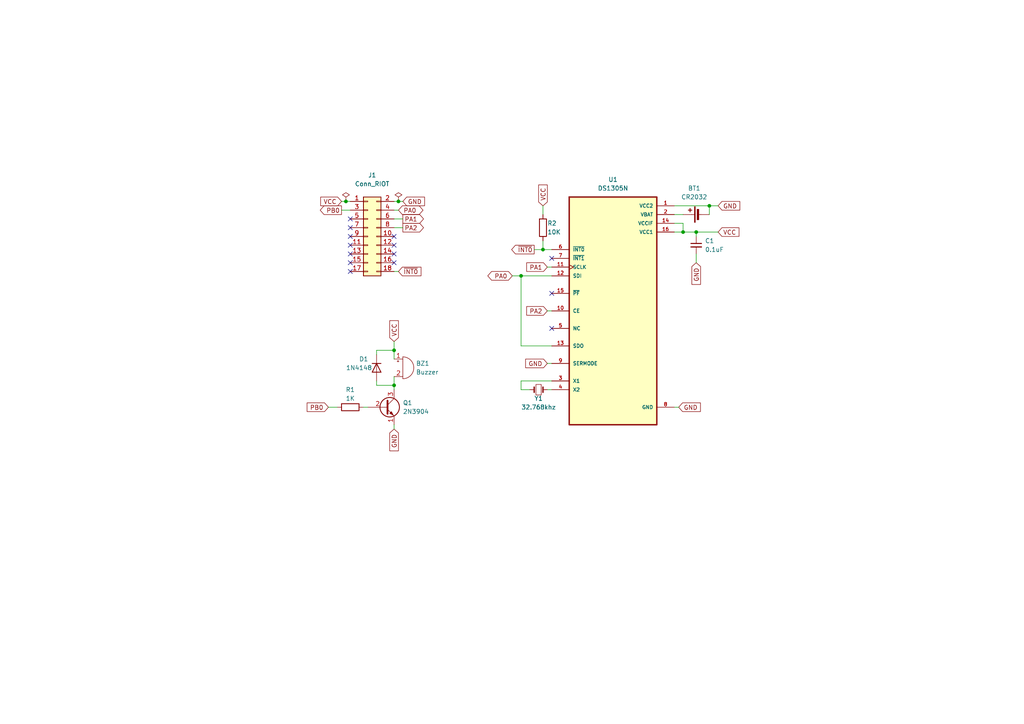
<source format=kicad_sch>
(kicad_sch (version 20230121) (generator eeschema)
  (paper "A4")
  (title_block (title "PAL-1 Real Time Clock") (date "Feb 2024") (rev "1.0a") (company "Plastic Objects Limited"))
  (lib_symbols
    (symbol "Battery_Cell_1" (pin_numbers hide) (pin_names (offset 0) hide)
      (property "Reference" "BT" (at 2.54 2.54 0))
      (property "Value" "Battery_Cell" (at 2.54 0 0))
      (symbol "Battery_Cell_1_0_1"
        (rectangle (start -2.286 1.778) (end 2.286 1.524) (fill (type outline)))
        (rectangle (start -1.524 1.016) (end 1.524 0.508) (fill (type outline)))
        (polyline (pts (xy 0 0.762) (xy 0 0)))
        (polyline (pts (xy 0 1.778) (xy 0 2.54)))
        (polyline (pts (xy 0.762 3.048) (xy 1.778 3.048)) (stroke (width 0.254)))
        (polyline (pts (xy 1.27 3.556) (xy 1.27 2.54)) (stroke (width 0.254)))
      )
      (symbol "Battery_Cell_1_1_1"
        (pin passive line (at 0 5.08 270) (length 2.54) (name "+") (number "1"))
        (pin passive line (at 0 -2.54 90) (length 2.54) (name "-") (number "2"))
      )
    )
    (symbol "Connector_Generic:Conn_02x09_Odd_Even" (pin_names (offset 1.016) hide)
      (property "Reference" "J" (at 1.27 12.7 0))
      (property "Value" "Conn_02x09_Odd_Even" (at 1.27 -12.7 0))
      (symbol "Conn_02x09_Odd_Even_1_1"
        (rectangle (start -1.27 -10.033) (end 0 -10.287) (stroke (width 0.1524)))
        (rectangle (start -1.27 -7.493) (end 0 -7.747) (stroke (width 0.1524)))
        (rectangle (start -1.27 -4.953) (end 0 -5.207) (stroke (width 0.1524)))
        (rectangle (start -1.27 -2.413) (end 0 -2.667) (stroke (width 0.1524)))
        (rectangle (start -1.27 0.127) (end 0 -0.127) (stroke (width 0.1524)))
        (rectangle (start -1.27 2.667) (end 0 2.413) (stroke (width 0.1524)))
        (rectangle (start -1.27 5.207) (end 0 4.953) (stroke (width 0.1524)))
        (rectangle (start -1.27 7.747) (end 0 7.493) (stroke (width 0.1524)))
        (rectangle (start -1.27 10.287) (end 0 10.033) (stroke (width 0.1524)))
        (rectangle (start -1.27 11.43) (end 3.81 -11.43) (stroke (width 0.254)) (fill (type background)))
        (rectangle (start 3.81 -10.033) (end 2.54 -10.287) (stroke (width 0.1524)))
        (rectangle (start 3.81 -7.493) (end 2.54 -7.747) (stroke (width 0.1524)))
        (rectangle (start 3.81 -4.953) (end 2.54 -5.207) (stroke (width 0.1524)))
        (rectangle (start 3.81 -2.413) (end 2.54 -2.667) (stroke (width 0.1524)))
        (rectangle (start 3.81 0.127) (end 2.54 -0.127) (stroke (width 0.1524)))
        (rectangle (start 3.81 2.667) (end 2.54 2.413) (stroke (width 0.1524)))
        (rectangle (start 3.81 5.207) (end 2.54 4.953) (stroke (width 0.1524)))
        (rectangle (start 3.81 7.747) (end 2.54 7.493) (stroke (width 0.1524)))
        (rectangle (start 3.81 10.287) (end 2.54 10.033) (stroke (width 0.1524)))
        (pin passive line (at -5.08 10.16 0) (length 3.81) (name "Pin_1") (number "1"))
        (pin passive line (at 7.62 0 180) (length 3.81) (name "Pin_10") (number "10"))
        (pin passive line (at -5.08 -2.54 0) (length 3.81) (name "Pin_11") (number "11"))
        (pin passive line (at 7.62 -2.54 180) (length 3.81) (name "Pin_12") (number "12"))
        (pin passive line (at -5.08 -5.08 0) (length 3.81) (name "Pin_13") (number "13"))
        (pin passive line (at 7.62 -5.08 180) (length 3.81) (name "Pin_14") (number "14"))
        (pin passive line (at -5.08 -7.62 0) (length 3.81) (name "Pin_15") (number "15"))
        (pin passive line (at 7.62 -7.62 180) (length 3.81) (name "Pin_16") (number "16"))
        (pin passive line (at -5.08 -10.16 0) (length 3.81) (name "Pin_17") (number "17"))
        (pin passive line (at 7.62 -10.16 180) (length 3.81) (name "Pin_18") (number "18"))
        (pin passive line (at 7.62 10.16 180) (length 3.81) (name "Pin_2") (number "2"))
        (pin passive line (at -5.08 7.62 0) (length 3.81) (name "Pin_3") (number "3"))
        (pin passive line (at 7.62 7.62 180) (length 3.81) (name "Pin_4") (number "4"))
        (pin passive line (at -5.08 5.08 0) (length 3.81) (name "Pin_5") (number "5"))
        (pin passive line (at 7.62 5.08 180) (length 3.81) (name "Pin_6") (number "6"))
        (pin passive line (at -5.08 2.54 0) (length 3.81) (name "Pin_7") (number "7"))
        (pin passive line (at 7.62 2.54 180) (length 3.81) (name "Pin_8") (number "8"))
        (pin passive line (at -5.08 0 0) (length 3.81) (name "Pin_9") (number "9"))
      )
    )
    (symbol "DS1305N:DS1305N" (pin_names (offset 1.016))
      (property "Reference" "U" (at -12.7 34.02 0))
      (property "Value" "DS1305N" (at -12.7 -37.02 0))
      (symbol "DS1305N_0_0"
        (rectangle (start -12.7 -33.02) (end 12.7 33.02) (stroke (width 0.41)) (fill (type background)))
        (pin power_in line (at 17.78 30.48 180) (length 5.08) (name "VCC2") (number "1"))
        (pin bidirectional line (at -17.78 0 0) (length 5.08) (name "CE") (number "10"))
        (pin input clock (at -17.78 12.7 0) (length 5.08) (name "SCLK") (number "11"))
        (pin input line (at -17.78 10.16 0) (length 5.08) (name "SDI") (number "12"))
        (pin bidirectional line (at -17.78 -10.16 0) (length 5.08) (name "SDO") (number "13"))
        (pin power_in line (at 17.78 25.4 180) (length 5.08) (name "VCCIF") (number "14"))
        (pin bidirectional line (at -17.78 5.08 0) (length 5.08) (name "~{PF}") (number "15"))
        (pin power_in line (at 17.78 22.86 180) (length 5.08) (name "VCC1") (number "16"))
        (pin power_in line (at 17.78 27.94 180) (length 5.08) (name "VBAT") (number "2"))
        (pin bidirectional line (at -17.78 -20.32 0) (length 5.08) (name "X1") (number "3"))
        (pin bidirectional line (at -17.78 -22.86 0) (length 5.08) (name "X2") (number "4"))
        (pin bidirectional line (at -17.78 -5.08 0) (length 5.08) (name "NC") (number "5"))
        (pin input line (at -17.78 17.78 0) (length 5.08) (name "~{INT0}") (number "6"))
        (pin input line (at -17.78 15.24 0) (length 5.08) (name "~{INT1}") (number "7"))
        (pin power_in line (at 17.78 -27.94 180) (length 5.08) (name "GND") (number "8"))
        (pin bidirectional line (at -17.78 -15.24 0) (length 5.08) (name "SERMODE") (number "9"))
      )
    )
    (symbol "Device:Buzzer" (pin_names (offset 0.0254) hide)
      (property "Reference" "BZ" (at 3.81 1.27 0))
      (property "Value" "Buzzer" (at 3.81 -1.27 0))
      (symbol "Buzzer_0_1"
        (arc (start 0 -3.175) (mid 3.1612 0) (end 0 3.175))
        (polyline (pts (xy -1.651 1.905) (xy -1.143 1.905)))
        (polyline (pts (xy -1.397 2.159) (xy -1.397 1.651)))
        (polyline (pts (xy 0 3.175) (xy 0 -3.175)))
      )
      (symbol "Buzzer_1_1"
        (pin passive line (at -2.54 2.54 0) (length 2.54) (name "-") (number "1"))
        (pin passive line (at -2.54 -2.54 0) (length 2.54) (name "+") (number "2"))
      )
    )
    (symbol "Device:C_Small" (pin_numbers hide) (pin_names (offset 0.254) hide)
      (property "Reference" "C" (at 0.254 1.778 0))
      (property "Value" "C_Small" (at 0.254 -2.032 0))
      (symbol "C_Small_0_1"
        (polyline (pts (xy -1.524 -0.508) (xy 1.524 -0.508)) (stroke (width 0.3302)))
        (polyline (pts (xy -1.524 0.508) (xy 1.524 0.508)) (stroke (width 0.3048)))
      )
      (symbol "C_Small_1_1"
        (pin passive line (at 0 2.54 270) (length 2.032) (name "~") (number "1"))
        (pin passive line (at 0 -2.54 90) (length 2.032) (name "~") (number "2"))
      )
    )
    (symbol "Device:Crystal_Small" (pin_numbers hide) (pin_names (offset 1.016) hide)
      (property "Reference" "Y" (at 0 2.54 0))
      (property "Value" "Crystal_Small" (at 0 -2.54 0))
      (symbol "Crystal_Small_0_1"
        (rectangle (start -0.762 -1.524) (end 0.762 1.524))
        (polyline (pts (xy -1.27 -0.762) (xy -1.27 0.762)) (stroke (width 0.381)))
        (polyline (pts (xy 1.27 -0.762) (xy 1.27 0.762)) (stroke (width 0.381)))
      )
      (symbol "Crystal_Small_1_1"
        (pin passive line (at -2.54 0 0) (length 1.27) (name "1") (number "1"))
        (pin passive line (at 2.54 0 180) (length 1.27) (name "2") (number "2"))
      )
    )
    (symbol "Device:D" (pin_numbers hide) (pin_names (offset 1.016) hide)
      (property "Reference" "D" (at 0 2.54 0))
      (property "Value" "D" (at 0 -2.54 0))
      (symbol "D_0_1"
        (polyline (pts (xy -1.27 1.27) (xy -1.27 -1.27)) (stroke (width 0.254)))
        (polyline (pts (xy 1.27 0) (xy -1.27 0)))
        (polyline (pts (xy 1.27 1.27) (xy 1.27 -1.27) (xy -1.27 0) (xy 1.27 1.27)) (stroke (width 0.254)))
      )
      (symbol "D_1_1"
        (pin passive line (at -3.81 0 0) (length 2.54) (name "K") (number "1"))
        (pin passive line (at 3.81 0 180) (length 2.54) (name "A") (number "2"))
      )
    )
    (symbol "Device:R" (pin_numbers hide) (pin_names (offset 0))
      (property "Reference" "R" (at 2.032 0 90))
      (property "Value" "R" (at 0 0 90))
      (symbol "R_0_1"
        (rectangle (start -1.016 -2.54) (end 1.016 2.54) (stroke (width 0.254)))
      )
      (symbol "R_1_1"
        (pin passive line (at 0 3.81 270) (length 1.27) (name "~") (number "1"))
        (pin passive line (at 0 -3.81 90) (length 1.27) (name "~") (number "2"))
      )
    )
    (symbol "Transistor_BJT:2N3904" (pin_names (offset 0) hide)
      (property "Reference" "Q" (at 5.08 1.905 0))
      (property "Value" "2N3904" (at 5.08 0 0))
      (symbol "2N3904_0_1"
        (polyline (pts (xy 0.635 0.635) (xy 2.54 2.54)))
        (polyline (pts (xy 0.635 -0.635) (xy 2.54 -2.54) (xy 2.54 -2.54)))
        (polyline (pts (xy 0.635 1.905) (xy 0.635 -1.905) (xy 0.635 -1.905)) (stroke (width 0.508)))
        (polyline (pts (xy 1.27 -1.778) (xy 1.778 -1.27) (xy 2.286 -2.286) (xy 1.27 -1.778) (xy 1.27 -1.778)) (fill (type outline)))
        (circle (center 1.27 0) (radius 2.8194) (stroke (width 0.254)))
      )
      (symbol "2N3904_1_1"
        (pin passive line (at 2.54 -5.08 90) (length 2.54) (name "E") (number "1"))
        (pin passive line (at -5.08 0 0) (length 5.715) (name "B") (number "2"))
        (pin passive line (at 2.54 5.08 270) (length 2.54) (name "C") (number "3"))
      )
    )
    (symbol "power:PWR_FLAG" (power) (pin_numbers hide) (pin_names (offset 0) hide)
      (property "Value" "PWR_FLAG" (at 0 3.81 0))
      (symbol "PWR_FLAG_0_0"
        (pin power_out line (at 0 0 90) (length 0) (name "pwr") (number "1"))
      )
      (symbol "PWR_FLAG_0_1"
        (polyline (pts (xy 0 0) (xy 0 1.27) (xy -1.016 1.905) (xy 0 2.54) (xy 1.016 1.905) (xy 0 1.27)))
      )
    )
  )
  (junction (at 201.93 67.31))
  (junction (at 157.48 72.39))
  (junction (at 198.12 67.31))
  (junction (at 151.13 80.01))
  (junction (at 115.57 58.42))
  (junction (at 205.74 59.69))
  (junction (at 100.33 58.42))
  (junction (at 114.3 101.6))
  (junction (at 114.3 111.76))
  (no_connect (at 101.6 63.5))
  (no_connect (at 160.02 74.93))
  (no_connect (at 101.6 73.66))
  (no_connect (at 160.02 85.09))
  (no_connect (at 101.6 76.2))
  (no_connect (at 114.3 68.58))
  (no_connect (at 114.3 76.2))
  (no_connect (at 114.3 73.66))
  (no_connect (at 114.3 71.12))
  (no_connect (at 101.6 71.12))
  (no_connect (at 101.6 68.58))
  (no_connect (at 101.6 78.74))
  (no_connect (at 160.02 95.25))
  (no_connect (at 101.6 66.04))
  (wire (pts (xy 114.3 58.42) (xy 115.57 58.42)))
  (wire (pts (xy 195.58 64.77) (xy 198.12 64.77)))
  (wire (pts (xy 114.3 109.22) (xy 114.3 111.76)))
  (wire (pts (xy 151.13 110.49) (xy 160.02 110.49)))
  (wire (pts (xy 153.67 113.03) (xy 151.13 113.03)))
  (wire (pts (xy 158.75 113.03) (xy 160.02 113.03)))
  (wire (pts (xy 157.48 59.69) (xy 157.48 62.23)))
  (wire (pts (xy 201.93 67.31) (xy 208.28 67.31)))
  (wire (pts (xy 205.74 59.69) (xy 208.28 59.69)))
  (wire (pts (xy 106.68 118.11) (xy 105.41 118.11)))
  (wire (pts (xy 116.84 66.04) (xy 114.3 66.04)))
  (wire (pts (xy 151.13 100.33) (xy 160.02 100.33)))
  (wire (pts (xy 154.94 72.39) (xy 157.48 72.39)))
  (wire (pts (xy 158.75 90.17) (xy 160.02 90.17)))
  (wire (pts (xy 114.3 123.19) (xy 114.3 124.46)))
  (wire (pts (xy 148.59 80.01) (xy 151.13 80.01)))
  (wire (pts (xy 114.3 101.6) (xy 114.3 104.14)))
  (wire (pts (xy 109.22 101.6) (xy 114.3 101.6)))
  (wire (pts (xy 157.48 72.39) (xy 160.02 72.39)))
  (wire (pts (xy 198.12 67.31) (xy 198.12 64.77)))
  (wire (pts (xy 114.3 99.06) (xy 114.3 101.6)))
  (wire (pts (xy 109.22 111.76) (xy 109.22 110.49)))
  (wire (pts (xy 158.75 77.47) (xy 160.02 77.47)))
  (wire (pts (xy 201.93 73.66) (xy 201.93 76.2)))
  (wire (pts (xy 95.25 118.11) (xy 97.79 118.11)))
  (wire (pts (xy 114.3 111.76) (xy 109.22 111.76)))
  (wire (pts (xy 195.58 59.69) (xy 205.74 59.69)))
  (wire (pts (xy 100.33 58.42) (xy 101.6 58.42)))
  (wire (pts (xy 198.12 67.31) (xy 201.93 67.31)))
  (wire (pts (xy 151.13 113.03) (xy 151.13 110.49)))
  (wire (pts (xy 115.57 58.42) (xy 116.84 58.42)))
  (wire (pts (xy 205.74 59.69) (xy 205.74 62.23)))
  (wire (pts (xy 99.06 60.96) (xy 101.6 60.96)))
  (wire (pts (xy 116.84 63.5) (xy 114.3 63.5)))
  (wire (pts (xy 151.13 80.01) (xy 160.02 80.01)))
  (wire (pts (xy 151.13 80.01) (xy 151.13 100.33)))
  (wire (pts (xy 157.48 69.85) (xy 157.48 72.39)))
  (wire (pts (xy 114.3 113.03) (xy 114.3 111.76)))
  (wire (pts (xy 99.06 58.42) (xy 100.33 58.42)))
  (wire (pts (xy 195.58 62.23) (xy 198.12 62.23)))
  (wire (pts (xy 198.12 67.31) (xy 195.58 67.31)))
  (wire (pts (xy 158.75 105.41) (xy 160.02 105.41)))
  (wire (pts (xy 115.57 60.96) (xy 114.3 60.96)))
  (wire (pts (xy 109.22 102.87) (xy 109.22 101.6)))
  (wire (pts (xy 201.93 67.31) (xy 201.93 68.58)))
  (wire (pts (xy 115.57 78.74) (xy 114.3 78.74)))
  (wire (pts (xy 195.58 118.11) (xy 196.85 118.11)))
  (global_label "PA1" (shape input) (at 158.75 77.47 180) (property "Intersheetrefs" "${INTERSHEET_REFS}" (effects hide)))
  (global_label "VCC" (shape input) (at 114.3 99.06 90) (property "Intersheetrefs" "${INTERSHEET_REFS}" (effects hide)))
  (global_label "VCC" (shape input) (at 157.48 59.69 90) (property "Intersheetrefs" "${INTERSHEET_REFS}" (effects hide)))
  (global_label "VCC" (shape input) (at 99.06 58.42 180) (property "Intersheetrefs" "${INTERSHEET_REFS}" (effects hide)))
  (global_label "GND" (shape input) (at 196.85 118.11 0) (property "Intersheetrefs" "${INTERSHEET_REFS}" (effects hide)))
  (global_label "GND" (shape input) (at 116.84 58.42 0) (property "Intersheetrefs" "${INTERSHEET_REFS}" (effects hide)))
  (global_label "PA2" (shape input) (at 158.75 90.17 180) (property "Intersheetrefs" "${INTERSHEET_REFS}" (effects hide)))
  (global_label "VCC" (shape input) (at 208.28 67.31 0) (property "Intersheetrefs" "${INTERSHEET_REFS}" (effects hide)))
  (global_label "PB0" (shape output) (at 99.06 60.96 180) (property "Intersheetrefs" "${INTERSHEET_REFS}" (effects hide)))
  (global_label "GND" (shape input) (at 114.3 124.46 270) (property "Intersheetrefs" "${INTERSHEET_REFS}" (effects hide)))
  (global_label "GND" (shape input) (at 208.28 59.69 0) (property "Intersheetrefs" "${INTERSHEET_REFS}" (effects hide)))
  (global_label "PA1" (shape output) (at 116.84 63.5 0) (property "Intersheetrefs" "${INTERSHEET_REFS}" (effects hide)))
  (global_label "GND" (shape input) (at 201.93 76.2 270) (property "Intersheetrefs" "${INTERSHEET_REFS}" (effects hide)))
  (global_label "~{INT0}" (shape input) (at 115.57 78.74 0) (property "Intersheetrefs" "${INTERSHEET_REFS}" (effects hide)))
  (global_label "PA0" (shape bidirectional) (at 115.57 60.96 0) (property "Intersheetrefs" "${INTERSHEET_REFS}" (effects hide)))
  (global_label "GND" (shape input) (at 158.75 105.41 180) (property "Intersheetrefs" "${INTERSHEET_REFS}" (effects hide)))
  (global_label "PB0" (shape input) (at 95.25 118.11 180) (property "Intersheetrefs" "${INTERSHEET_REFS}" (effects hide)))
  (global_label "PA2" (shape output) (at 116.84 66.04 0) (property "Intersheetrefs" "${INTERSHEET_REFS}" (effects hide)))
  (global_label "~{INT0}" (shape output) (at 154.94 72.39 180) (property "Intersheetrefs" "${INTERSHEET_REFS}" (effects hide)))
  (global_label "PA0" (shape bidirectional) (at 148.59 80.01 180) (property "Intersheetrefs" "${INTERSHEET_REFS}" (effects hide)))
  (symbol (lib_id "Device:D") (at 109.22 106.68 270) (unit 1)
    (property "Reference" "D1" (at 104.14 104.14 90) (effects (justify left)))
    (property "Value" "1N4148" (at 100.33 106.68 90) (effects (justify left)))
    (property "Footprint" "Diode_THT:D_DO-35_SOD27_P7.62mm_Horizontal" (effects hide))
    (property "Sim.Device" "D" (effects hide))
    (property "Sim.Pins" "1=K 2=A" (effects hide))
  )
  (symbol (lib_name "Battery_Cell_1") (lib_id "Device:Battery_Cell") (at 203.2 62.23 90) (unit 1)
    (property "Reference" "BT1" (at 201.3585 54.61 90))
    (property "Value" "CR2032" (at 201.3585 57.15 90))
    (property "Footprint" "Battery_Holder:CH7410-2032" (effects hide))
  )
  (symbol (lib_id "Device:Crystal_Small") (at 156.21 113.03 0) (unit 1)
    (property "Reference" "Y1" (at 156.21 115.57 0))
    (property "Value" "32.768khz" (at 156.21 118.11 0))
    (property "Footprint" "Crystal:Crystal_C26-LF_D2.1mm_L6.5mm_Horizontal" (effects hide))
  )
  (symbol (lib_id "Device:R") (at 101.6 118.11 90) (unit 1)
    (property "Reference" "R1" (at 101.6 113.03 90))
    (property "Value" "1K" (at 101.6 115.57 90))
    (property "Footprint" "Resistor_THT:R_Axial_DIN0207_L6.3mm_D2.5mm_P7.62mm_Horizontal" (effects hide))
  )
  (symbol (lib_id "Transistor_BJT:2N3904") (at 111.76 118.11 0) (unit 1)
    (property "Reference" "Q1" (at 116.84 116.84 0) (effects (justify left)))
    (property "Value" "2N3904" (at 116.84 119.38 0) (effects (justify left)))
    (property "Footprint" "Package_TO_SOT_THT:TO-92_Inline" (effects hide))
    (property "Datasheet" "https://www.onsemi.com/pub/Collateral/2N3903-D.PDF" (effects hide))
  )
  (symbol (lib_id "Device:C_Small") (at 201.93 71.12 0) (unit 1)
    (property "Reference" "C1" (at 204.47 69.8562 0) (effects (justify left)))
    (property "Value" "0.1uF" (at 204.47 72.3962 0) (effects (justify left)))
    (property "Footprint" "Capacitor_THT:C_Disc_D3.0mm_W1.6mm_P2.50mm" (effects hide))
  )
  (symbol (lib_id "power:PWR_FLAG") (at 100.33 58.42 0) (unit 1)
    (property "Reference" "#FLG0102" (effects hide))
    (property "Value" "PWR_FLAG" (effects hide))
  )
  (symbol (lib_id "Device:Buzzer") (at 116.84 106.68 0) (unit 1)
    (property "Reference" "BZ1" (at 120.65 105.41 0) (effects (justify left)))
    (property "Value" "Buzzer" (at 120.65 107.95 0) (effects (justify left)))
    (property "Footprint" "Buzzer_Beeper:Buzzer_12x9.5RM7.6" (effects hide))
  )
  (symbol (lib_id "Device:R") (at 157.48 66.04 0) (unit 1)
    (property "Reference" "R2" (at 158.75 64.77 0) (effects (justify left)))
    (property "Value" "10K" (at 158.75 67.31 0) (effects (justify left)))
    (property "Footprint" "Resistor_THT:R_Axial_DIN0207_L6.3mm_D2.5mm_P7.62mm_Horizontal" (effects hide))
  )
  (symbol (lib_id "power:PWR_FLAG") (at 115.57 58.42 0) (unit 1)
    (property "Reference" "#FLG0101" (effects hide))
    (property "Value" "PWR_FLAG" (effects hide))
  )
  (symbol (lib_id "DS1305N:DS1305N") (at 177.8 90.17 0) (unit 1)
    (property "Reference" "U1" (at 177.8 52.07 0))
    (property "Value" "DS1305N" (at 177.8 54.61 0))
    (property "Footprint" "Package_DIP:DIP-16_W7.62mm" (effects hide))
    (property "MF" "Analog Devices" (effects hide))
    (property "Description" "\nReal Time Clock (RTC) IC Clock/Calendar 96B SPI 16-DIP (0.300, 7.62mm)\n" (effects hide))
    (property "Package" "DIP-16 Intersil" (effects hide))
    (property "Price" "None" (effects hide))
    (property "SnapEDA_Link" "https://www.snapeda.com/parts/DS1305N/Analog+Devices/view-part/?ref=snap" (effects hide))
    (property "MP" "DS1305N" (effects hide))
    (property "Purchase-URL" "https://www.snapeda.com/api/url_track_click_mouser/?unipart_id=40513&manufacturer=Analog Devices&part_name=DS1305N&search_term=ds1305" (effects hide))
    (property "Availability" "In Stock" (effects hide))
    (property "Check_prices" "https://www.snapeda.com/parts/DS1305N/Analog+Devices/view-part/?ref=eda" (effects hide))
  )
  (symbol (lib_id "Connector_Generic:Conn_02x09_Odd_Even") (at 106.68 68.58 0) (unit 1)
    (property "Reference" "J1" (at 107.95 50.8 0))
    (property "Value" "Conn_RIOT" (at 107.95 53.34 0))
    (property "Footprint" "Connector_PinHeader_2.54mm:PinHeader_2x09_P2.54mm_Vertical" (effects hide))
  )
)
</source>
